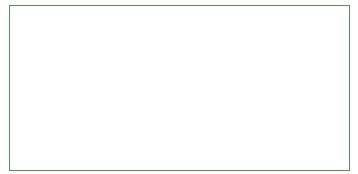
<source format=gbr>
G04 #@! TF.GenerationSoftware,KiCad,Pcbnew,(5.1.5)-3*
G04 #@! TF.CreationDate,2020-07-16T22:53:37-05:00*
G04 #@! TF.ProjectId,pcb,7063622e-6b69-4636-9164-5f7063625858,rev?*
G04 #@! TF.SameCoordinates,Original*
G04 #@! TF.FileFunction,Profile,NP*
%FSLAX46Y46*%
G04 Gerber Fmt 4.6, Leading zero omitted, Abs format (unit mm)*
G04 Created by KiCad (PCBNEW (5.1.5)-3) date 2020-07-16 22:53:37*
%MOMM*%
%LPD*%
G04 APERTURE LIST*
%ADD10C,0.050000*%
G04 APERTURE END LIST*
D10*
X135001000Y-95885000D02*
X135001000Y-81915000D01*
X163830000Y-95885000D02*
X135001000Y-95885000D01*
X163830000Y-81915000D02*
X163830000Y-95885000D01*
X135001000Y-81915000D02*
X163830000Y-81915000D01*
M02*

</source>
